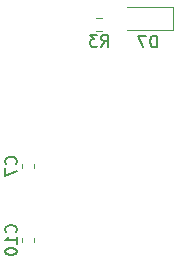
<source format=gbr>
%TF.GenerationSoftware,KiCad,Pcbnew,9.0.2*%
%TF.CreationDate,2025-10-13T00:09:24+02:00*%
%TF.ProjectId,STM32 RC AUTO,53544d33-3220-4524-9320-4155544f2e6b,rev?*%
%TF.SameCoordinates,Original*%
%TF.FileFunction,Legend,Bot*%
%TF.FilePolarity,Positive*%
%FSLAX46Y46*%
G04 Gerber Fmt 4.6, Leading zero omitted, Abs format (unit mm)*
G04 Created by KiCad (PCBNEW 9.0.2) date 2025-10-13 00:09:24*
%MOMM*%
%LPD*%
G01*
G04 APERTURE LIST*
%ADD10C,0.150000*%
%ADD11C,0.120000*%
G04 APERTURE END LIST*
D10*
X60429580Y-127607142D02*
X60477200Y-127559523D01*
X60477200Y-127559523D02*
X60524819Y-127416666D01*
X60524819Y-127416666D02*
X60524819Y-127321428D01*
X60524819Y-127321428D02*
X60477200Y-127178571D01*
X60477200Y-127178571D02*
X60381961Y-127083333D01*
X60381961Y-127083333D02*
X60286723Y-127035714D01*
X60286723Y-127035714D02*
X60096247Y-126988095D01*
X60096247Y-126988095D02*
X59953390Y-126988095D01*
X59953390Y-126988095D02*
X59762914Y-127035714D01*
X59762914Y-127035714D02*
X59667676Y-127083333D01*
X59667676Y-127083333D02*
X59572438Y-127178571D01*
X59572438Y-127178571D02*
X59524819Y-127321428D01*
X59524819Y-127321428D02*
X59524819Y-127416666D01*
X59524819Y-127416666D02*
X59572438Y-127559523D01*
X59572438Y-127559523D02*
X59620057Y-127607142D01*
X60524819Y-128559523D02*
X60524819Y-127988095D01*
X60524819Y-128273809D02*
X59524819Y-128273809D01*
X59524819Y-128273809D02*
X59667676Y-128178571D01*
X59667676Y-128178571D02*
X59762914Y-128083333D01*
X59762914Y-128083333D02*
X59810533Y-127988095D01*
X59524819Y-129178571D02*
X59524819Y-129273809D01*
X59524819Y-129273809D02*
X59572438Y-129369047D01*
X59572438Y-129369047D02*
X59620057Y-129416666D01*
X59620057Y-129416666D02*
X59715295Y-129464285D01*
X59715295Y-129464285D02*
X59905771Y-129511904D01*
X59905771Y-129511904D02*
X60143866Y-129511904D01*
X60143866Y-129511904D02*
X60334342Y-129464285D01*
X60334342Y-129464285D02*
X60429580Y-129416666D01*
X60429580Y-129416666D02*
X60477200Y-129369047D01*
X60477200Y-129369047D02*
X60524819Y-129273809D01*
X60524819Y-129273809D02*
X60524819Y-129178571D01*
X60524819Y-129178571D02*
X60477200Y-129083333D01*
X60477200Y-129083333D02*
X60429580Y-129035714D01*
X60429580Y-129035714D02*
X60334342Y-128988095D01*
X60334342Y-128988095D02*
X60143866Y-128940476D01*
X60143866Y-128940476D02*
X59905771Y-128940476D01*
X59905771Y-128940476D02*
X59715295Y-128988095D01*
X59715295Y-128988095D02*
X59620057Y-129035714D01*
X59620057Y-129035714D02*
X59572438Y-129083333D01*
X59572438Y-129083333D02*
X59524819Y-129178571D01*
X60429580Y-121833333D02*
X60477200Y-121785714D01*
X60477200Y-121785714D02*
X60524819Y-121642857D01*
X60524819Y-121642857D02*
X60524819Y-121547619D01*
X60524819Y-121547619D02*
X60477200Y-121404762D01*
X60477200Y-121404762D02*
X60381961Y-121309524D01*
X60381961Y-121309524D02*
X60286723Y-121261905D01*
X60286723Y-121261905D02*
X60096247Y-121214286D01*
X60096247Y-121214286D02*
X59953390Y-121214286D01*
X59953390Y-121214286D02*
X59762914Y-121261905D01*
X59762914Y-121261905D02*
X59667676Y-121309524D01*
X59667676Y-121309524D02*
X59572438Y-121404762D01*
X59572438Y-121404762D02*
X59524819Y-121547619D01*
X59524819Y-121547619D02*
X59524819Y-121642857D01*
X59524819Y-121642857D02*
X59572438Y-121785714D01*
X59572438Y-121785714D02*
X59620057Y-121833333D01*
X59524819Y-122166667D02*
X59524819Y-122833333D01*
X59524819Y-122833333D02*
X60524819Y-122404762D01*
X72365094Y-111954819D02*
X72365094Y-110954819D01*
X72365094Y-110954819D02*
X72126999Y-110954819D01*
X72126999Y-110954819D02*
X71984142Y-111002438D01*
X71984142Y-111002438D02*
X71888904Y-111097676D01*
X71888904Y-111097676D02*
X71841285Y-111192914D01*
X71841285Y-111192914D02*
X71793666Y-111383390D01*
X71793666Y-111383390D02*
X71793666Y-111526247D01*
X71793666Y-111526247D02*
X71841285Y-111716723D01*
X71841285Y-111716723D02*
X71888904Y-111811961D01*
X71888904Y-111811961D02*
X71984142Y-111907200D01*
X71984142Y-111907200D02*
X72126999Y-111954819D01*
X72126999Y-111954819D02*
X72365094Y-111954819D01*
X71460332Y-110954819D02*
X70793666Y-110954819D01*
X70793666Y-110954819D02*
X71222237Y-111954819D01*
X67666666Y-111884819D02*
X67999999Y-111408628D01*
X68238094Y-111884819D02*
X68238094Y-110884819D01*
X68238094Y-110884819D02*
X67857142Y-110884819D01*
X67857142Y-110884819D02*
X67761904Y-110932438D01*
X67761904Y-110932438D02*
X67714285Y-110980057D01*
X67714285Y-110980057D02*
X67666666Y-111075295D01*
X67666666Y-111075295D02*
X67666666Y-111218152D01*
X67666666Y-111218152D02*
X67714285Y-111313390D01*
X67714285Y-111313390D02*
X67761904Y-111361009D01*
X67761904Y-111361009D02*
X67857142Y-111408628D01*
X67857142Y-111408628D02*
X68238094Y-111408628D01*
X67333332Y-110884819D02*
X66714285Y-110884819D01*
X66714285Y-110884819D02*
X67047618Y-111265771D01*
X67047618Y-111265771D02*
X66904761Y-111265771D01*
X66904761Y-111265771D02*
X66809523Y-111313390D01*
X66809523Y-111313390D02*
X66761904Y-111361009D01*
X66761904Y-111361009D02*
X66714285Y-111456247D01*
X66714285Y-111456247D02*
X66714285Y-111694342D01*
X66714285Y-111694342D02*
X66761904Y-111789580D01*
X66761904Y-111789580D02*
X66809523Y-111837200D01*
X66809523Y-111837200D02*
X66904761Y-111884819D01*
X66904761Y-111884819D02*
X67190475Y-111884819D01*
X67190475Y-111884819D02*
X67285713Y-111837200D01*
X67285713Y-111837200D02*
X67333332Y-111789580D01*
D11*
%TO.C,C10*%
X60990000Y-128103733D02*
X60990000Y-128396267D01*
X62010000Y-128103733D02*
X62010000Y-128396267D01*
%TO.C,C7*%
X60990000Y-121853733D02*
X60990000Y-122146267D01*
X62010000Y-121853733D02*
X62010000Y-122146267D01*
%TO.C,D7*%
X73710000Y-108500000D02*
X73710000Y-110500000D01*
X73710000Y-108500000D02*
X69850000Y-108500000D01*
X73710000Y-110500000D02*
X69850000Y-110500000D01*
%TO.C,R3*%
X67245276Y-110522500D02*
X67754724Y-110522500D01*
X67245276Y-109477500D02*
X67754724Y-109477500D01*
%TD*%
M02*

</source>
